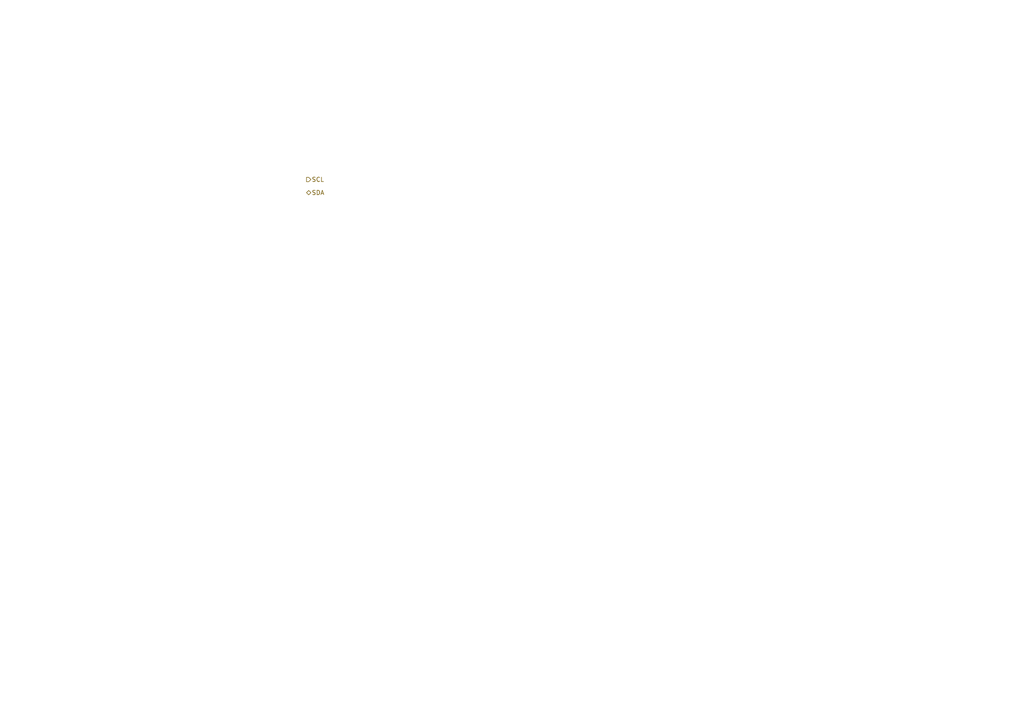
<source format=kicad_sch>
(kicad_sch
	(version 20231120)
	(generator "eeschema")
	(generator_version "8.0")
	(uuid "cf391631-b9a1-4442-a6e3-63625bd2e910")
	(paper "A4")
	(lib_symbols)
	(hierarchical_label "SDA"
		(shape bidirectional)
		(at 88.9 55.88 0)
		(fields_autoplaced yes)
		(effects
			(font
				(size 1.27 1.27)
			)
			(justify left)
		)
		(uuid "89bbe628-edfe-4284-8eb4-6f31dadcfd6d")
	)
	(hierarchical_label "SCL"
		(shape output)
		(at 88.9 52.07 0)
		(fields_autoplaced yes)
		(effects
			(font
				(size 1.27 1.27)
			)
			(justify left)
		)
		(uuid "f34864b7-f781-487a-b562-afac5a7dc020")
	)
)

</source>
